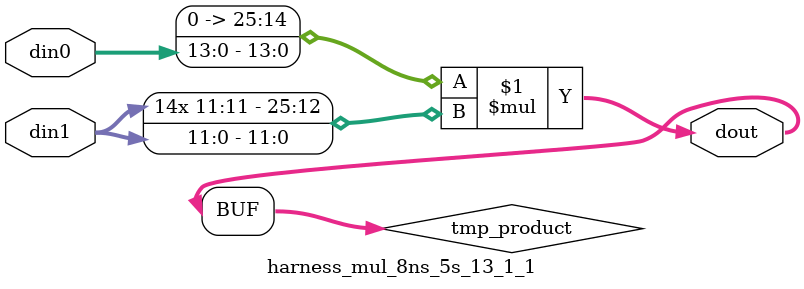
<source format=v>

`timescale 1 ns / 1 ps

 module harness_mul_8ns_5s_13_1_1(din0, din1, dout);
parameter ID = 1;
parameter NUM_STAGE = 0;
parameter din0_WIDTH = 14;
parameter din1_WIDTH = 12;
parameter dout_WIDTH = 26;

input [din0_WIDTH - 1 : 0] din0; 
input [din1_WIDTH - 1 : 0] din1; 
output [dout_WIDTH - 1 : 0] dout;

wire signed [dout_WIDTH - 1 : 0] tmp_product;

























assign tmp_product = $signed({1'b0, din0}) * $signed(din1);










assign dout = tmp_product;





















endmodule

</source>
